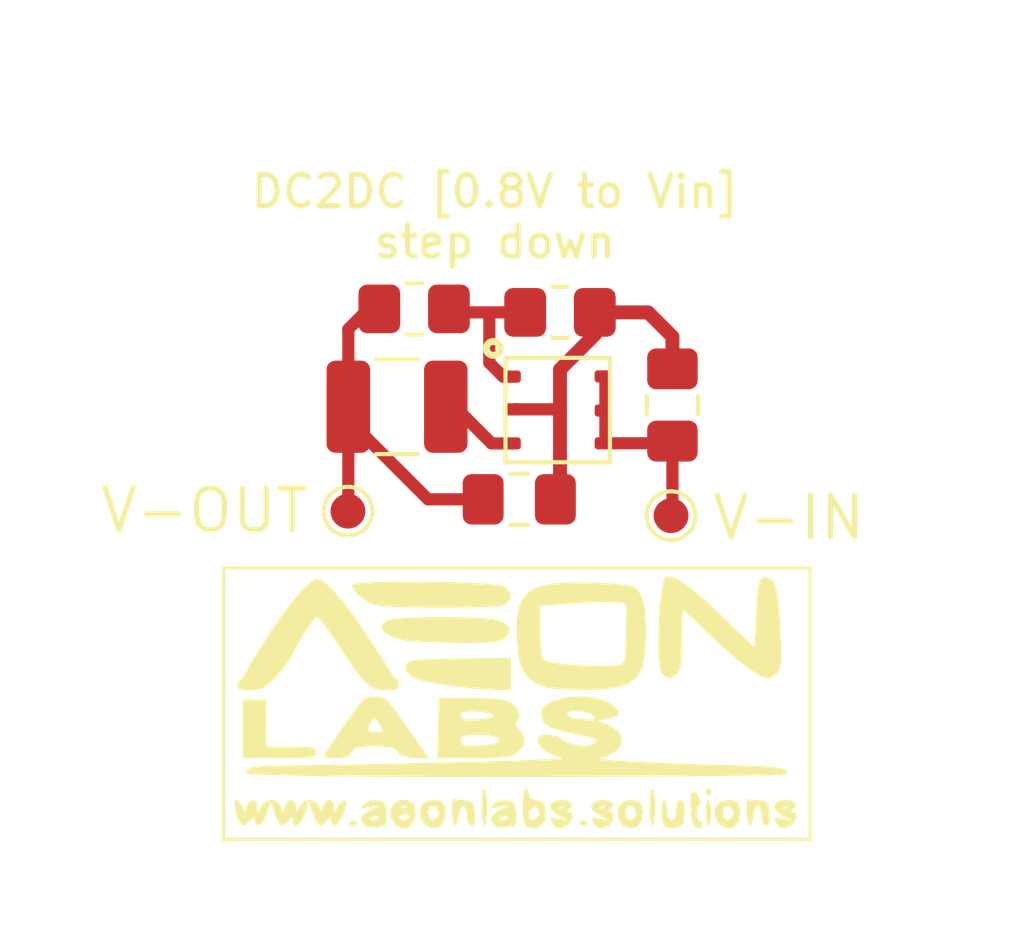
<source format=kicad_pcb>
(kicad_pcb (version 20211014) (generator pcbnew)
  (layers (0 "F.Cu" signal) (31 "B.Cu" signal) (34 "B.Paste" user) (35 "F.Paste" user) (36 "B.SilkS" user "B.Silkscreen") (37 "F.SilkS" user "F.Silkscreen") (38 "B.Mask" user) (39 "F.Mask" user) (44 "Edge.Cuts" user))
  (net 0 "")
  (net 1 "VIN_DC")
  (net 2 "GND")
  (net 3 "VOUT_DC")
  (net 4 "Net-(AR2-Pad1)")
  (net 5 "Net-(ML1-Pad2)")
  (footprint "TestPoint:TestPoint_Pad_D1.0mm" (layer "F.Cu") (at 122.75 95.31)
    (fp_text reference "TP2" hide)
    (fp_text value "VOut")
    (fp_circle (center 0 0) (end 0 0.7) (layer "F.SilkS") (width 0.12) (fill none))
    (pad "1" smd circle (at 0 0) (size 1 1) (layers "F.Cu" "F.Mask") (net 3 "VOUT_DC"))
  )
  (footprint "Resistor_SMD:R_0805_2012Metric_Pad1.20x1.40mm_HandSolder" (layer "F.Cu") (at 124.65 89.5)
    (fp_text reference "AR1" hide)
    (fp_text value "3V3=1K5")
    (fp_line (start -0.227064 -0.735) (end 0.227064 -0.735) (layer "F.SilkS") (width 0.12))
    (fp_line (start -0.227064 0.735) (end 0.227064 0.735) (layer "F.SilkS") (width 0.12))
    (pad "1" smd roundrect (at -1 0) (size 1.2 1.4) (layers "F.Cu" "F.Paste" "F.Mask") (roundrect_rratio 0.208333) (net 3 "VOUT_DC"))
    (pad "2" smd roundrect (at 1 0) (size 1.2 1.4) (layers "F.Cu" "F.Paste" "F.Mask") (roundrect_rratio 0.208333) (net 4 "Net-(AR2-Pad1)"))
  )
  (footprint "AeonLabs Logosy:aeon logo www" (layer "F.Cu") (at 127.6 100.8)
    (fp_text reference "G***" hide)
    (fp_text value "LOGO" hide)
    (fp_poly (pts (xy -3.939239 -0.163179) (xy -3.827578 -0.129591) (xy -3.715085 -0.045879) (xy -3.578045 0.110648) (xy -3.392743 0.362678) (xy -3.144587 0.719667) (xy -2.531639 1.608667) (xy -2.916102 1.608667) (xy -3.189576 1.586736) (xy -3.349779 1.509021) (xy -3.406315 1.439334) (xy -3.491764 1.346044) (xy -3.630487 1.294236) (xy -3.8666 1.272843) (xy -4.081387 1.27) (xy -4.397104 1.277536) (xy -4.586894 1.307504) (xy -4.693781 1.370942) (xy -4.741333 1.439334) (xy -4.846515 1.552003) (xy -5.035216 1.601595) (xy -5.214975 1.608667) (xy -5.452892 1.59581) (xy -5.545013 1.552422) (xy -5.536179 1.502834) (xy -5.465007 1.393358) (xy -5.319517 1.177814) (xy -5.122088 0.88914) (xy -5.052693 0.788529) (xy -4.278483 0.788529) (xy -4.223815 0.839031) (xy -4.065027 0.846667) (xy -3.889356 0.838621) (xy -3.85754 0.78377) (xy -3.944103 0.636042) (xy -3.946517 0.632358) (xy -4.050111 0.48952) (xy -4.105827 0.441347) (xy -4.106333 0.441858) (xy -4.155618 0.52638) (xy -4.224844 0.656167) (xy -4.278483 0.788529) (xy -5.052693 0.788529) (xy -4.9322 0.613834) (xy -4.693722 0.273517) (xy -4.523395 0.049397) (xy -4.394697 -0.082724) (xy -4.281105 -0.147043) (xy -4.156097 -0.167759) (xy -4.073786 -0.169333)) (layer "F.SilkS") (width 0) (fill solid))
    (fp_poly (pts (xy 5.578448 2.52391) (xy 5.588 2.582334) (xy 5.542283 2.695005) (xy 5.503334 2.709334) (xy 5.428219 2.640757) (xy 5.418667 2.582334) (xy 5.464384 2.469662) (xy 5.503334 2.455334)) (layer "F.SilkS") (width 0) (fill solid))
    (fp_poly (pts (xy 5.553827 2.869674) (xy 5.584115 3.061138) (xy 5.588 3.175) (xy 5.571184 3.40222) (xy 5.528636 3.538518) (xy 5.503334 3.556) (xy 5.45284 3.480326) (xy 5.422552 3.288862) (xy 5.418667 3.175) (xy 5.435483 2.947781) (xy 5.478031 2.811483) (xy 5.503334 2.794)) (layer "F.SilkS") (width 0) (fill solid))
    (fp_poly (pts (xy -0.137727 2.842141) (xy -0.056719 2.92674) (xy -0.022721 3.115348) (xy -0.016298 3.196167) (xy -0.017643 3.445244) (xy -0.071917 3.550704) (xy -0.100965 3.557156) (xy -0.273178 3.579292) (xy -0.381 3.603792) (xy -0.567659 3.594822) (xy -0.656166 3.543369) (xy -0.755657 3.368795) (xy -0.749002 3.353392) (xy -0.508 3.353392) (xy -0.438863 3.382989) (xy -0.381 3.386667) (xy -0.268307 3.342358) (xy -0.254 3.304657) (xy -0.316061 3.258073) (xy -0.381 3.271382) (xy -0.492401 3.331478) (xy -0.508 3.353392) (xy -0.749002 3.353392) (xy -0.687376 3.21075) (xy -0.486833 3.083628) (xy -0.211666 2.958097) (xy -0.506339 3.01406) (xy -0.694249 3.043205) (xy -0.745115 3.020584) (xy -0.686886 2.932524) (xy -0.682884 2.927688) (xy -0.488263 2.819089) (xy -0.303545 2.810843)) (layer "F.SilkS") (width 0) (fill solid))
    (fp_poly (pts (xy -0.169333 -0.338666) (xy -0.529166 -0.352899) (xy -0.859495 -0.369588) (xy -1.192032 -0.391603) (xy -1.227666 -0.394399) (xy -1.702079 -0.443174) (xy -2.159189 -0.508978) (xy -2.560062 -0.584571) (xy -2.865765 -0.662715) (xy -3.026833 -0.728915) (xy -3.184959 -0.890446) (xy -3.206913 -1.055108) (xy -3.094638 -1.177623) (xy -3.00635 -1.205925) (xy -2.850087 -1.221065) (xy -2.559776 -1.235976) (xy -2.170696 -1.249326) (xy -1.71813 -1.259783) (xy -1.48235 -1.263467) (xy -0.169333 -1.280677)) (layer "F.SilkS") (width 0) (fill solid))
    (fp_poly (pts (xy 6.9215 2.810056) (xy 7.121484 2.837093) (xy 7.217546 2.907939) (xy 7.25498 3.073506) (xy 7.265035 3.196167) (xy 7.267805 3.431212) (xy 7.223753 3.537868) (xy 7.159202 3.556) (xy 7.0641 3.499355) (xy 7.028372 3.311731) (xy 7.027334 3.252611) (xy 6.995892 3.042975) (xy 6.923706 2.980826) (xy 6.843982 3.061323) (xy 6.789926 3.279622) (xy 6.789136 3.287354) (xy 6.746643 3.495605) (xy 6.689081 3.550221) (xy 6.635667 3.463393) (xy 6.605616 3.247315) (xy 6.604 3.169889) (xy 6.604 2.783778)) (layer "F.SilkS") (width 0) (fill solid))
    (fp_poly (pts (xy 3.93891 2.533091) (xy 3.969202 2.739073) (xy 3.979334 3.005667) (xy 3.967371 3.293249) (xy 3.935681 3.490143) (xy 3.894667 3.556) (xy 3.850423 3.478243) (xy 3.820132 3.27226) (xy 3.81 3.005667) (xy 3.821963 2.718085) (xy 3.853652 2.521191) (xy 3.894667 2.455334)) (layer "F.SilkS") (width 0) (fill solid))
    (fp_poly (pts (xy 2.615418 2.818149) (xy 2.751208 2.884028) (xy 2.776358 2.979399) (xy 2.708626 3.050229) (xy 2.640269 3.116934) (xy 2.688167 3.13137) (xy 2.779105 3.192814) (xy 2.785708 3.3303) (xy 2.716942 3.478559) (xy 2.630233 3.553021) (xy 2.419973 3.632787) (xy 2.281079 3.584071) (xy 2.196857 3.462969) (xy 2.146449 3.346204) (xy 2.193753 3.311237) (xy 2.371726 3.336208) (xy 2.384378 3.338587) (xy 2.667 3.391903) (xy 2.385362 3.263651) (xy 2.183397 3.123741) (xy 2.134457 2.991556) (xy 2.398889 2.991556) (xy 2.410511 3.04189) (xy 2.455334 3.048) (xy 2.525024 3.017022) (xy 2.511778 2.991556) (xy 2.411298 2.981423) (xy 2.398889 2.991556) (xy 2.134457 2.991556) (xy 2.129485 2.978126) (xy 2.222336 2.860351) (xy 2.402872 2.808548)) (layer "F.SilkS") (width 0) (fill solid))
    (fp_poly (pts (xy -2.667498 -3.46836) (xy -2.138668 -3.459612) (xy -1.629353 -3.444249) (xy -1.166497 -3.422584) (xy -0.777046 -3.394932) (xy -0.487946 -3.361606) (xy -0.326143 -3.322919) (xy -0.309159 -3.3128) (xy -0.185273 -3.126905) (xy -0.201058 -2.931938) (xy -0.3331 -2.796979) (xy -0.472824 -2.767886) (xy -0.749899 -2.745248) (xy -1.13247 -2.729002) (xy -1.588682 -2.719085) (xy -2.086678 -2.715436) (xy -2.594602 -2.717991) (xy -3.080599 -2.726688) (xy -3.512813 -2.741466) (xy -3.859388 -2.762261) (xy -4.088467 -2.789011) (xy -4.148623 -2.804452) (xy -4.384 -2.935594) (xy -4.591174 -3.112122) (xy -4.720864 -3.287482) (xy -4.741333 -3.364375) (xy -4.661272 -3.401901) (xy -4.439052 -3.430931) (xy -4.10162 -3.451779) (xy -3.67592 -3.464757) (xy -3.188897 -3.470179)) (layer "F.SilkS") (width 0) (fill solid))
    (fp_poly (pts (xy 5.157956 2.599526) (xy 5.24632 2.732595) (xy 5.29084 2.870948) (xy 5.260869 2.945377) (xy 5.190956 3.03554) (xy 5.166467 3.191816) (xy 5.189479 3.334822) (xy 5.249334 3.386667) (xy 5.324448 3.455243) (xy 5.334 3.513667) (xy 5.28938 3.628874) (xy 5.154151 3.601958) (xy 5.110242 3.57587) (xy 5.046089 3.462878) (xy 5.001482 3.253933) (xy 4.979067 3.003214) (xy 4.981492 2.7649) (xy 5.011403 2.593166) (xy 5.059634 2.54)) (layer "F.SilkS") (width 0) (fill solid))
    (fp_poly (pts (xy 6.320706 2.85418) (xy 6.396574 2.974578) (xy 6.420164 3.12893) (xy 6.388722 3.396814) (xy 6.261049 3.573241) (xy 6.074435 3.635231) (xy 5.866167 3.559803) (xy 5.805714 3.507619) (xy 5.693057 3.301251) (xy 5.69086 3.175) (xy 5.926667 3.175) (xy 5.955922 3.339205) (xy 6.059499 3.373114) (xy 6.074834 3.370549) (xy 6.196751 3.274675) (xy 6.223 3.175) (xy 6.158776 3.025205) (xy 6.074834 2.979452) (xy 5.962534 3.00207) (xy 5.926923 3.151858) (xy 5.926667 3.175) (xy 5.69086 3.175) (xy 5.688981 3.066989) (xy 5.794547 2.882916) (xy 5.965533 2.816593) (xy 6.15438 2.809049)) (layer "F.SilkS") (width 0) (fill solid))
    (fp_poly (pts (xy 1.430084 2.818149) (xy 1.565875 2.884028) (xy 1.591024 2.979399) (xy 1.523292 3.050229) (xy 1.454936 3.116934) (xy 1.502834 3.13137) (xy 1.593772 3.192814) (xy 1.600375 3.3303) (xy 1.531609 3.478559) (xy 1.4449 3.553021) (xy 1.234639 3.632787) (xy 1.095746 3.584071) (xy 1.011524 3.462969) (xy 0.961115 3.346204) (xy 1.00842 3.311237) (xy 1.186393 3.336208) (xy 1.199045 3.338587) (xy 1.481667 3.391903) (xy 1.200029 3.263651) (xy 0.998063 3.123741) (xy 0.949123 2.991556) (xy 1.213556 2.991556) (xy 1.225178 3.04189) (xy 1.27 3.048) (xy 1.33969 3.017022) (xy 1.326445 2.991556) (xy 1.225965 2.981423) (xy 1.213556 2.991556) (xy 0.949123 2.991556) (xy 0.944151 2.978126) (xy 1.037003 2.860351) (xy 1.217538 2.808548)) (layer "F.SilkS") (width 0) (fill solid))
    (fp_poly (pts (xy -1.304616 -0.124383) (xy -0.855959 -0.117403) (xy -0.541201 -0.096378) (xy -0.325173 -0.056774) (xy -0.172707 0.005944) (xy -0.140449 0.025736) (xy 0.038787 0.209106) (xy 0.078648 0.410084) (xy -0.002 0.560801) (xy -0.021185 0.675451) (xy 0.082666 0.802523) (xy 0.232487 1.014643) (xy 0.212981 1.226616) (xy 0.030915 1.433188) (xy -0.08089 1.507701) (xy -0.214602 1.557762) (xy -0.40447 1.588094) (xy -0.684747 1.603418) (xy -1.089686 1.608455) (xy -1.242046 1.608667) (xy -2.291924 1.608667) (xy -2.27623 1.044222) (xy -1.608666 1.044222) (xy -1.565744 1.194862) (xy -1.545166 1.222014) (xy -1.43842 1.243817) (xy -1.225346 1.244304) (xy -0.966962 1.228028) (xy -0.724287 1.199541) (xy -0.558339 1.163393) (xy -0.525026 1.145916) (xy -0.510214 1.056568) (xy -0.638689 0.985034) (xy -0.884606 0.940864) (xy -1.105663 0.931334) (xy -1.411171 0.944019) (xy -1.570967 0.98536) (xy -1.608666 1.044222) (xy -2.27623 1.044222) (xy -2.267795 0.740834) (xy -2.25779 0.381) (xy -1.608666 0.381) (xy -1.578602 0.458809) (xy -1.463888 0.493991) (xy -1.227745 0.495223) (xy -1.142026 0.491059) (xy -0.886629 0.463261) (xy -0.717134 0.418176) (xy -0.675386 0.381) (xy -0.751998 0.330492) (xy -0.949651 0.288984) (xy -1.142026 0.270942) (xy -1.41572 0.264776) (xy -1.558433 0.290308) (xy -1.606945 0.356212) (xy -1.608666 0.381) (xy -2.25779 0.381) (xy -2.243666 -0.127)) (layer "F.SilkS") (width 0) (fill solid))
    (fp_poly (pts (xy 2.257618 -0.128116) (xy 2.604106 -0.020771) (xy 2.788136 0.097376) (xy 2.932369 0.260585) (xy 2.929709 0.366061) (xy 2.771002 0.437441) (xy 2.645834 0.464812) (xy 2.328334 0.525136) (xy 2.646567 0.652916) (xy 2.908537 0.817797) (xy 3.023108 1.021143) (xy 2.99797 1.233435) (xy 2.840812 1.425158) (xy 2.559323 1.566795) (xy 2.398385 1.605586) (xy 2.382444 1.624486) (xy 2.520447 1.646162) (xy 2.79704 1.669858) (xy 3.19687 1.694819) (xy 3.704585 1.720288) (xy 4.304831 1.745512) (xy 4.982255 1.769733) (xy 5.721505 1.792198) (xy 6.507226 1.81215) (xy 6.671508 1.815836) (xy 7.181099 1.839672) (xy 7.54421 1.884711) (xy 7.754346 1.949461) (xy 7.805012 2.03243) (xy 7.779164 2.070392) (xy 7.686805 2.080332) (xy 7.439617 2.089879) (xy 7.052105 2.098952) (xy 6.538773 2.107471) (xy 5.914126 2.115354) (xy 5.192667 2.12252) (xy 4.388901 2.12889) (xy 3.517333 2.134381) (xy 2.592467 2.138914) (xy 1.628808 2.142408) (xy 0.640858 2.144782) (xy -0.356876 2.145955) (xy -1.349891 2.145846) (xy -2.323682 2.144374) (xy -3.263744 2.141459) (xy -4.155575 2.137021) (xy -4.169833 2.136934) (xy -5.028316 2.129902) (xy -5.79325 2.120022) (xy -6.452395 2.107634) (xy -6.993508 2.09308) (xy -7.404351 2.076701) (xy -7.672681 2.058837) (xy -7.786258 2.03983) (xy -7.789333 2.036098) (xy -7.735399 1.92809) (xy -7.561475 1.858666) (xy -7.249375 1.822836) (xy -6.985 1.815358) (xy -6.305289 1.808072) (xy -5.571096 1.797865) (xy -4.799426 1.785171) (xy -4.007287 1.770424) (xy -3.211685 1.754057) (xy -2.429627 1.736506) (xy -1.678121 1.718205) (xy -0.974172 1.699587) (xy -0.334787 1.681088) (xy 0.223026 1.663141) (xy 0.682261 1.64618) (xy 1.025911 1.63064) (xy 1.23697 1.616955) (xy 1.29843 1.60556) (xy 1.293288 1.603987) (xy 0.973263 1.496684) (xy 0.730032 1.339618) (xy 0.602652 1.160955) (xy 0.592667 1.098715) (xy 0.625065 0.984938) (xy 0.751954 0.937755) (xy 0.900833 0.931334) (xy 1.151783 0.968798) (xy 1.30597 1.063949) (xy 1.460994 1.164367) (xy 1.70797 1.228925) (xy 1.971358 1.24667) (xy 2.175617 1.20665) (xy 2.198882 1.193412) (xy 2.279104 1.117791) (xy 2.249415 1.056954) (xy 2.091234 1.000398) (xy 1.785985 0.93762) (xy 1.728285 0.927355) (xy 1.2791 0.833667) (xy 0.975526 0.731619) (xy 0.79386 0.610318) (xy 0.710619 0.459761) (xy 0.702117 0.332778) (xy 1.439334 0.332778) (xy 1.520602 0.411557) (xy 1.752575 0.468424) (xy 2.063534 0.49647) (xy 2.224512 0.492052) (xy 2.244445 0.441175) (xy 2.201334 0.381) (xy 2.073594 0.308854) (xy 1.872421 0.265155) (xy 1.659054 0.253778) (xy 1.494735 0.278598) (xy 1.439334 0.332778) (xy 0.702117 0.332778) (xy 0.696572 0.249952) (xy 0.797031 0.096) (xy 1.03764 -0.038956) (xy 1.06595 -0.050972) (xy 1.432624 -0.148033) (xy 1.848485 -0.172142)) (layer "F.SilkS") (width 0) (fill solid))
    (fp_poly (pts (xy 4.45742 -3.609471) (xy 4.70849 -3.489862) (xy 5.042915 -3.249129) (xy 5.467589 -2.88244) (xy 5.877523 -2.494582) (xy 6.196442 -2.18576) (xy 6.470305 -1.923807) (xy 6.677387 -1.729247) (xy 6.795963 -1.622607) (xy 6.815195 -1.608666) (xy 6.828778 -1.687625) (xy 6.844371 -1.901764) (xy 6.859912 -2.216982) (xy 6.871676 -2.543229) (xy 6.895188 -3.017913) (xy 6.936407 -3.341103) (xy 7.002528 -3.530313) (xy 7.100746 -3.603053) (xy 7.238257 -3.576839) (xy 7.286625 -3.553168) (xy 7.379303 -3.454038) (xy 7.452189 -3.255942) (xy 7.50835 -2.941489) (xy 7.550854 -2.493286) (xy 7.582771 -1.893944) (xy 7.583784 -1.86876) (xy 7.595839 -1.453777) (xy 7.590341 -1.172815) (xy 7.563793 -0.991146) (xy 7.512699 -0.874042) (xy 7.479359 -0.831594) (xy 7.318577 -0.710853) (xy 7.204711 -0.677696) (xy 7.003056 -0.741332) (xy 6.70612 -0.924728) (xy 6.327339 -1.217817) (xy 5.880148 -1.610531) (xy 5.576002 -1.898103) (xy 5.286051 -2.175916) (xy 5.041109 -2.404691) (xy 4.865906 -2.561746) (xy 4.785175 -2.624402) (xy 4.783752 -2.624666) (xy 4.765887 -2.546) (xy 4.751736 -2.333982) (xy 4.743114 -2.024582) (xy 4.741334 -1.784047) (xy 4.734758 -1.364461) (xy 4.712159 -1.082277) (xy 4.669228 -0.905966) (xy 4.608286 -0.810381) (xy 4.411742 -0.6888) (xy 4.240415 -0.729143) (xy 4.151646 -0.8411) (xy 4.103599 -1.019535) (xy 4.075088 -1.313062) (xy 4.064433 -1.686227) (xy 4.069958 -2.103579) (xy 4.089984 -2.529664) (xy 4.122835 -2.929028) (xy 4.166831 -3.26622) (xy 4.220295 -3.505786) (xy 4.28155 -3.612274) (xy 4.282813 -3.612791)) (layer "F.SilkS") (width 0) (fill solid))
    (fp_poly (pts (xy 0.323559 2.525993) (xy 0.338667 2.619043) (xy 0.398828 2.754816) (xy 0.5715 2.809543) (xy 0.734691 2.855349) (xy 0.809417 2.978339) (xy 0.832164 3.12893) (xy 0.814876 3.387872) (xy 0.710149 3.531096) (xy 0.571352 3.614765) (xy 0.512985 3.630845) (xy 0.399336 3.603335) (xy 0.3175 3.582304) (xy 0.23474 3.530838) (xy 0.189173 3.405653) (xy 0.173775 3.203699) (xy 0.352958 3.203699) (xy 0.360201 3.349661) (xy 0.461149 3.375101) (xy 0.479958 3.371873) (xy 0.609556 3.273428) (xy 0.635 3.173841) (xy 0.587006 3.035839) (xy 0.483314 3.014675) (xy 0.384355 3.103952) (xy 0.352958 3.203699) (xy 0.173775 3.203699) (xy 0.171097 3.168573) (xy 0.169334 2.999459) (xy 0.181419 2.714333) (xy 0.213374 2.519394) (xy 0.254 2.455334)) (layer "F.SilkS") (width 0) (fill solid))
    (fp_poly (pts (xy -2.145961 2.85418) (xy -2.070093 2.974578) (xy -2.046502 3.12893) (xy -2.077945 3.396814) (xy -2.205618 3.573241) (xy -2.392232 3.635231) (xy -2.6005 3.559803) (xy -2.660952 3.507619) (xy -2.773609 3.301251) (xy -2.775806 3.175) (xy -2.54 3.175) (xy -2.510744 3.339205) (xy -2.407168 3.373114) (xy -2.391833 3.370549) (xy -2.269916 3.274675) (xy -2.243666 3.175) (xy -2.307891 3.025205) (xy -2.391833 2.979452) (xy -2.504133 3.00207) (xy -2.539744 3.151858) (xy -2.54 3.175) (xy -2.775806 3.175) (xy -2.777685 3.066989) (xy -2.67212 2.882916) (xy -2.501133 2.816593) (xy -2.312286 2.809049)) (layer "F.SilkS") (width 0) (fill solid))
    (fp_poly (pts (xy -1.454463 -2.44055) (xy -1.057064 -2.425214) (xy -0.751371 -2.401803) (xy -0.644214 -2.386954) (xy -0.356284 -2.29556) (xy -0.208348 -2.159176) (xy -0.210893 -1.995305) (xy -0.32688 -1.857362) (xy -0.425208 -1.790696) (xy -0.549735 -1.745339) (xy -0.731775 -1.717729) (xy -1.00264 -1.704305) (xy -1.393644 -1.701505) (xy -1.681546 -1.703292) (xy -2.148216 -1.712152) (xy -2.591905 -1.729187) (xy -2.965698 -1.752044) (xy -3.222683 -1.778368) (xy -3.243374 -1.781637) (xy -3.58112 -1.869821) (xy -3.804753 -1.991357) (xy -3.901263 -2.128527) (xy -3.857637 -2.263613) (xy -3.677488 -2.372762) (xy -3.512553 -2.402212) (xy -3.215695 -2.424634) (xy -2.824185 -2.439853) (xy -2.375296 -2.447695) (xy -1.906298 -2.447985)) (layer "F.SilkS") (width 0) (fill solid))
    (fp_poly (pts (xy -0.88709 2.533091) (xy -0.856798 2.739073) (xy -0.846666 3.005667) (xy -0.858629 3.293249) (xy -0.890319 3.490143) (xy -0.931333 3.556) (xy -0.975577 3.478243) (xy -1.005868 3.27226) (xy -1.016 3.005667) (xy -1.004037 2.718085) (xy -0.972348 2.521191) (xy -0.931333 2.455334)) (layer "F.SilkS") (width 0) (fill solid))
    (fp_poly (pts (xy -7.196666 1.27) (xy -6.477 1.27) (xy -6.127077 1.273151) (xy -5.913336 1.287799) (xy -5.802667 1.321733) (xy -5.761961 1.382744) (xy -5.757333 1.439334) (xy -5.766972 1.509607) (xy -5.814228 1.55719) (xy -5.926609 1.586483) (xy -6.131622 1.601888) (xy -6.456775 1.607806) (xy -6.815666 1.608667) (xy -7.874 1.608667) (xy -7.874 -0.084666) (xy -7.196666 -0.084666)) (layer "F.SilkS") (width 0) (fill solid))
    (fp_poly (pts (xy 3.526706 2.85418) (xy 3.602574 2.974578) (xy 3.626164 3.12893) (xy 3.594722 3.396814) (xy 3.467049 3.573241) (xy 3.280435 3.635231) (xy 3.072167 3.559803) (xy 3.011714 3.507619) (xy 2.899057 3.301251) (xy 2.89686 3.175) (xy 3.132667 3.175) (xy 3.161922 3.339205) (xy 3.265499 3.373114) (xy 3.280834 3.370549) (xy 3.402751 3.274675) (xy 3.429 3.175) (xy 3.364776 3.025205) (xy 3.280834 2.979452) (xy 3.168534 3.00207) (xy 3.132923 3.151858) (xy 3.132667 3.175) (xy 2.89686 3.175) (xy 2.894981 3.066989) (xy 3.000547 2.882916) (xy 3.171533 2.816593) (xy 3.36038 2.809049)) (layer "F.SilkS") (width 0) (fill solid))
    (fp_poly (pts (xy -2.990449 2.862454) (xy -2.932707 2.942167) (xy -2.902602 3.232489) (xy -2.971208 3.461805) (xy -3.111401 3.603441) (xy -3.296061 3.630721) (xy -3.498066 3.516971) (xy -3.507619 3.507619) (xy -3.619237 3.302) (xy -3.386666 3.302) (xy -3.318452 3.377939) (xy -3.264663 3.386667) (xy -3.120514 3.335067) (xy -3.090333 3.302) (xy -3.116257 3.23536) (xy -3.212336 3.217334) (xy -3.352607 3.251877) (xy -3.386666 3.302) (xy -3.619237 3.302) (xy -3.620381 3.299893) (xy -3.625262 3.06217) (xy -3.607455 3.027758) (xy -3.349945 3.027758) (xy -3.266722 3.041316) (xy -3.156908 3.025749) (xy -3.155597 2.996847) (xy -3.268914 2.976636) (xy -3.317875 2.990163) (xy -3.349945 3.027758) (xy -3.607455 3.027758) (xy -3.539066 2.8956) (xy -3.368225 2.808058) (xy -3.161182 2.798866)) (layer "F.SilkS") (width 0) (fill solid))
    (fp_poly (pts (xy 4.783704 2.845117) (xy 4.821526 3.018035) (xy 4.826 3.165125) (xy 4.812055 3.405869) (xy 4.754761 3.529869) (xy 4.6355 3.587303) (xy 4.460933 3.627312) (xy 4.348062 3.618766) (xy 4.2545 3.584594) (xy 4.193377 3.487977) (xy 4.157865 3.298739) (xy 4.149628 3.07898) (xy 4.170327 2.890795) (xy 4.221626 2.796285) (xy 4.233334 2.794) (xy 4.289296 2.868429) (xy 4.317269 3.051444) (xy 4.318 3.090334) (xy 4.34554 3.309507) (xy 4.433434 3.386131) (xy 4.445 3.386667) (xy 4.538932 3.322407) (xy 4.571771 3.117322) (xy 4.572 3.090334) (xy 4.59954 2.87116) (xy 4.687434 2.794536) (xy 4.699 2.794)) (layer "F.SilkS") (width 0) (fill solid))
    (fp_poly (pts (xy -4.889118 2.828308) (xy -4.898652 2.95346) (xy -4.966098 3.175) (xy -5.07132 3.401216) (xy -5.186276 3.533483) (xy -5.283216 3.554367) (xy -5.334391 3.446435) (xy -5.336693 3.407834) (xy -5.347667 3.305996) (xy -5.400207 3.341562) (xy -5.45186 3.407834) (xy -5.590376 3.536484) (xy -5.706945 3.512275) (xy -5.815051 3.32851) (xy -5.8602 3.205065) (xy -5.977179 2.854131) (xy -6.082321 3.205065) (xy -6.176911 3.418404) (xy -6.288235 3.540716) (xy -6.384918 3.554084) (xy -6.435587 3.440589) (xy -6.437359 3.407834) (xy -6.448334 3.305996) (xy -6.500874 3.341562) (xy -6.552526 3.407834) (xy -6.694595 3.537789) (xy -6.813139 3.510293) (xy -6.918105 3.32035) (xy -6.956345 3.205065) (xy -7.061488 2.854131) (xy -7.178466 3.205065) (xy -7.2801 3.419388) (xy -7.394189 3.539677) (xy -7.490088 3.548651) (xy -7.537155 3.429029) (xy -7.538026 3.407834) (xy -7.549 3.305996) (xy -7.60154 3.341562) (xy -7.653193 3.407834) (xy -7.799062 3.539264) (xy -7.920861 3.507415) (xy -8.027914 3.309394) (xy -8.035051 3.289366) (xy -8.099939 3.070553) (xy -8.127972 2.911249) (xy -8.128 2.908366) (xy -8.086158 2.803103) (xy -7.993252 2.820421) (xy -7.898212 2.946244) (xy -7.885049 2.978257) (xy -7.816888 3.162514) (xy -7.768704 2.978257) (xy -7.677459 2.828347) (xy -7.554811 2.800672) (xy -7.461534 2.89406) (xy -7.444936 2.9845) (xy -7.439206 3.175) (xy -7.347331 2.9845) (xy -7.202419 2.830954) (xy -7.014488 2.794948) (xy -6.846899 2.877186) (xy -6.784382 2.978257) (xy -6.716221 3.162514) (xy -6.668037 2.978257) (xy -6.576792 2.828347) (xy -6.454145 2.800672) (xy -6.360867 2.89406) (xy -6.34427 2.9845) (xy -6.338539 3.175) (xy -6.246665 2.9845) (xy -6.101752 2.830954) (xy -5.913822 2.794948) (xy -5.746232 2.877186) (xy -5.683716 2.978257) (xy -5.615555 3.162514) (xy -5.56737 2.978257) (xy -5.476125 2.828347) (xy -5.353478 2.800672) (xy -5.260201 2.89406) (xy -5.243603 2.9845) (xy -5.237873 3.175) (xy -5.145998 2.9845) (xy -5.03664 2.838678) (xy -4.945201 2.794)) (layer "F.SilkS") (width 0) (fill solid))
    (fp_poly (pts (xy -1.545166 2.810056) (xy -1.345182 2.837093) (xy -1.249121 2.907939) (xy -1.211686 3.073506) (xy -1.201632 3.196167) (xy -1.198861 3.431212) (xy -1.242913 3.537868) (xy -1.307465 3.556) (xy -1.402567 3.499355) (xy -1.438295 3.311731) (xy -1.439333 3.252611) (xy -1.470774 3.042975) (xy -1.542961 2.980826) (xy -1.622685 3.061323) (xy -1.676741 3.279622) (xy -1.677531 3.287354) (xy -1.720024 3.495605) (xy -1.777585 3.550221) (xy -1.830999 3.463393) (xy -1.86105 3.247315) (xy -1.862666 3.169889) (xy -1.862666 2.783778)) (layer "F.SilkS") (width 0) (fill solid))
    (fp_poly (pts (xy -3.86306 2.842141) (xy -3.782052 2.92674) (xy -3.748054 3.115348) (xy -3.741632 3.196167) (xy -3.742976 3.445244) (xy -3.79725 3.550704) (xy -3.826298 3.557156) (xy -3.998512 3.579292) (xy -4.106333 3.603792) (xy -4.292992 3.594822) (xy -4.3815 3.543369) (xy -4.48099 3.368795) (xy -4.474335 3.353392) (xy -4.233333 3.353392) (xy -4.164196 3.382989) (xy -4.106333 3.386667) (xy -3.99364 3.342358) (xy -3.979333 3.304657) (xy -4.041394 3.258073) (xy -4.106333 3.271382) (xy -4.217735 3.331478) (xy -4.233333 3.353392) (xy -4.474335 3.353392) (xy -4.41271 3.21075) (xy -4.212166 3.083628) (xy -3.937 2.958097) (xy -4.231672 3.01406) (xy -4.419582 3.043205) (xy -4.470448 3.020584) (xy -4.41222 2.932524) (xy -4.408217 2.927688) (xy -4.213596 2.819089) (xy -4.028878 2.810843)) (layer "F.SilkS") (width 0) (fill solid))
    (fp_poly (pts (xy 2.241285 -3.436531) (xy 2.570148 -3.41784) (xy 2.953659 -3.389433) (xy 3.205059 -3.359299) (xy 3.361296 -3.316056) (xy 3.459318 -3.248322) (xy 3.536071 -3.144715) (xy 3.554638 -3.114552) (xy 3.632605 -2.937757) (xy 3.681381 -2.692553) (xy 3.706632 -2.340782) (xy 3.713006 -2.047774) (xy 3.696651 -1.474615) (xy 3.621514 -1.043842) (xy 3.468385 -0.73637) (xy 3.218053 -0.533116) (xy 2.851309 -0.414995) (xy 2.348941 -0.362922) (xy 2.009601 -0.355527) (xy 1.613835 -0.360223) (xy 1.255901 -0.375575) (xy 0.986469 -0.398877) (xy 0.889 -0.41539) (xy 0.537503 -0.540164) (xy 0.287257 -0.728632) (xy 0.123412 -1.005903) (xy 0.031116 -1.397085) (xy -0.004455 -1.925952) (xy -0.002937 -2.024448) (xy 0.677334 -2.024448) (xy 0.688518 -1.623112) (xy 0.720464 -1.349118) (xy 0.770757 -1.222532) (xy 0.774061 -1.220213) (xy 0.948397 -1.162418) (xy 1.248909 -1.111752) (xy 1.632461 -1.07269) (xy 2.055915 -1.049703) (xy 2.447502 -1.046671) (xy 2.772809 -1.057721) (xy 2.96522 -1.08246) (xy 3.06113 -1.130801) (xy 3.096933 -1.212655) (xy 3.098753 -1.224052) (xy 3.110552 -1.378223) (xy 3.122157 -1.647053) (xy 3.132163 -1.975867) (xy 3.139159 -2.309995) (xy 3.141738 -2.594765) (xy 3.138647 -2.772833) (xy 3.051942 -2.835432) (xy 2.805073 -2.870323) (xy 2.40496 -2.877309) (xy 1.858523 -2.856191) (xy 1.375834 -2.823277) (xy 0.677334 -2.768902) (xy 0.677334 -2.024448) (xy -0.002937 -2.024448) (xy 0.002589 -2.383041) (xy 0.053052 -2.715187) (xy 0.158578 -2.963776) (xy 0.330808 -3.17019) (xy 0.35085 -3.188914) (xy 0.600167 -3.321401) (xy 1.004033 -3.407419) (xy 1.553916 -3.446089)) (layer "F.SilkS") (width 0) (fill solid))
    (fp_poly (pts (xy -4.586328 3.432384) (xy -4.572 3.471334) (xy -4.640576 3.546448) (xy -4.699 3.556) (xy -4.811672 3.510283) (xy -4.826 3.471334) (xy -4.757423 3.396219) (xy -4.699 3.386667)) (layer "F.SilkS") (width 0) (fill solid))
    (fp_poly (pts (xy -5.554912 -3.480863) (xy -5.304542 -3.260318) (xy -4.994286 -2.901663) (xy -4.630787 -2.412196) (xy -4.428456 -2.116666) (xy -4.18471 -1.749011) (xy -3.961531 -1.406644) (xy -3.783744 -1.128009) (xy -3.676715 -0.9525) (xy -3.558532 -0.773716) (xy -3.465913 -0.680967) (xy -3.453078 -0.677333) (xy -3.399077 -0.606269) (xy -3.386666 -0.508) (xy -3.419095 -0.392137) (xy -3.546347 -0.344735) (xy -3.688566 -0.338666) (xy -3.900474 -0.346205) (xy -4.07505 -0.381717) (xy -4.233784 -0.464548) (xy -4.398165 -0.614042) (xy -4.589683 -0.849545) (xy -4.829825 -1.190401) (xy -5.122847 -1.629833) (xy -5.343145 -1.953953) (xy -5.534959 -2.218273) (xy -5.677062 -2.394707) (xy -5.746745 -2.455333) (xy -5.818697 -2.388558) (xy -5.945432 -2.216931) (xy -6.099273 -1.9835) (xy -6.252543 -1.731311) (xy -6.377565 -1.503412) (xy -6.427192 -1.397) (xy -6.535849 -1.208669) (xy -6.712934 -0.971674) (xy -6.920317 -0.729662) (xy -7.119867 -0.526283) (xy -7.273454 -0.405185) (xy -7.305885 -0.391145) (xy -7.582967 -0.343285) (xy -7.83 -0.34479) (xy -7.998212 -0.391416) (xy -8.043333 -0.4553) (xy -7.983602 -0.60368) (xy -7.916333 -0.677333) (xy -7.809922 -0.799147) (xy -7.789333 -0.856226) (xy -7.745524 -0.950757) (xy -7.625519 -1.158161) (xy -7.446453 -1.450016) (xy -7.225459 -1.797903) (xy -7.168914 -1.885299) (xy -6.794026 -2.439576) (xy -6.454149 -2.896343) (xy -6.160113 -3.242952) (xy -5.922746 -3.466752) (xy -5.752875 -3.555095) (xy -5.738751 -3.556)) (layer "F.SilkS") (width 0) (fill solid))
    (fp_poly (pts (xy 2.017672 3.432384) (xy 2.032 3.471334) (xy 1.963424 3.546448) (xy 1.905 3.556) (xy 1.792328 3.510283) (xy 1.778 3.471334) (xy 1.846577 3.396219) (xy 1.905 3.386667)) (layer "F.SilkS") (width 0) (fill solid))
    (fp_poly (pts (xy 7.864751 2.818149) (xy 8.000541 2.884028) (xy 8.025691 2.979399) (xy 7.957959 3.050229) (xy 7.889603 3.116934) (xy 7.9375 3.13137) (xy 8.028439 3.192814) (xy 8.035041 3.3303) (xy 7.966276 3.478559) (xy 7.879566 3.553021) (xy 7.669306 3.632787) (xy 7.530412 3.584071) (xy 7.44619 3.462969) (xy 7.395782 3.346204) (xy 7.443086 3.311237) (xy 7.62106 3.336208) (xy 7.633711 3.338587) (xy 7.916334 3.391903) (xy 7.634696 3.263651) (xy 7.43273 3.123741) (xy 7.38379 2.991556) (xy 7.648222 2.991556) (xy 7.659845 3.04189) (xy 7.704667 3.048) (xy 7.774357 3.017022) (xy 7.761111 2.991556) (xy 7.660632 2.981423) (xy 7.648222 2.991556) (xy 7.38379 2.991556) (xy 7.378818 2.978126) (xy 7.471669 2.860351) (xy 7.652205 2.808548)) (layer "F.SilkS") (width 0) (fill solid))
    (fp_poly (pts (xy 8.466667 3.979334) (xy -8.466666 3.979334) (xy -8.466666 3.894667) (xy -8.382 3.894667) (xy 8.382 3.894667) (xy 8.382 -3.81) (xy -8.382 -3.81) (xy -8.382 3.894667) (xy -8.466666 3.894667) (xy -8.466666 -3.894666) (xy 8.466667 -3.894666)) (layer "F.SilkS") (width 0) (fill solid))
  )
  (footprint "Inductor_SMD:L_1210_3225Metric" (layer "F.Cu") (at 124.16 92.31)
    (fp_text reference "ML1" hide)
    (fp_text value "3.3uF")
    (fp_line (start -0.602064 -1.36) (end 0.602064 -1.36) (layer "F.SilkS") (width 0.12))
    (fp_line (start -0.602064 1.36) (end 0.602064 1.36) (layer "F.SilkS") (width 0.12))
    (pad "1" smd roundrect (at -1.4 0) (size 1.25 2.65) (layers "F.Cu" "F.Paste" "F.Mask") (roundrect_rratio 0.2) (net 3 "VOUT_DC"))
    (pad "2" smd roundrect (at 1.4 0) (size 1.25 2.65) (layers "F.Cu" "F.Paste" "F.Mask") (roundrect_rratio 0.2) (net 5 "Net-(ML1-Pad2)"))
  )
  (footprint "Capacitor_SMD:C_0805_2012Metric_Pad1.18x1.45mm_HandSolder" (layer "F.Cu") (at 132.07 92.26 90)
    (fp_text reference "AC2" hide)
    (fp_text value "4.7uF")
    (fp_line (start -0.261252 -0.735) (end 0.261252 -0.735) (layer "F.SilkS") (width 0.12))
    (fp_line (start -0.261252 0.735) (end 0.261252 0.735) (layer "F.SilkS") (width 0.12))
    (pad "1" smd roundrect (at -1.0375 0 90) (size 1.175 1.45) (layers "F.Cu" "F.Paste" "F.Mask") (roundrect_rratio 0.212766) (net 1 "VIN_DC"))
    (pad "2" smd roundrect (at 1.0375 0 90) (size 1.175 1.45) (layers "F.Cu" "F.Paste" "F.Mask") (roundrect_rratio 0.212766) (net 2 "GND"))
  )
  (footprint "Capacitor_SMD:C_0805_2012Metric_Pad1.18x1.45mm_HandSolder" (layer "F.Cu") (at 127.67 94.97)
    (fp_text reference "AC1" hide)
    (fp_text value "22uF")
    (fp_line (start -0.261252 0.735) (end 0.261252 0.735) (layer "F.SilkS") (width 0.12))
    (fp_line (start -0.261252 -0.735) (end 0.261252 -0.735) (layer "F.SilkS") (width 0.12))
    (pad "1" smd roundrect (at -1.0375 0) (size 1.175 1.45) (layers "F.Cu" "F.Paste" "F.Mask") (roundrect_rratio 0.212766) (net 3 "VOUT_DC"))
    (pad "2" smd roundrect (at 1.0375 0) (size 1.175 1.45) (layers "F.Cu" "F.Paste" "F.Mask") (roundrect_rratio 0.212766) (net 2 "GND"))
  )
  (footprint "TestPoint:TestPoint_Pad_D1.0mm" (layer "F.Cu") (at 132.03 95.44)
    (fp_text reference "TP1" hide)
    (fp_text value "VIN")
    (fp_circle (center 0 0) (end 0 0.7) (layer "F.SilkS") (width 0.12) (fill none))
    (pad "1" smd circle (at 0 0) (size 1 1) (layers "F.Cu" "F.Mask") (net 1 "VIN_DC"))
  )
  (footprint "Package_DFN_QFN:AUR9718 3x3mm 6 pin" (layer "F.Cu") (at 128.825003 92.325006 -90)
    (fp_text reference "AU1" hide)
    (fp_text value "AUR9718x_DFN_3x3mm_6_pin")
    (fp_rect (start -1.42 -1.45) (end 1.58 1.55) (layer "F.SilkS") (width 0.12) (fill none))
    (fp_circle (center -1.690005 1.9) (end -1.490005 1.901524) (layer "F.SilkS") (width 0.2) (fill none))
    (pad "1" smd roundrect (at -0.88 1.36 90) (size 0.35 0.5) (layers "F.Cu" "F.Paste" "F.Mask") (net 4 "Net-(AR2-Pad1)"))
    (pad "2" smd roundrect (at 0.06 1.36 90) (size 0.35 0.5) (layers "F.Cu" "F.Paste" "F.Mask") (net 2 "GND"))
    (pad "3" smd roundrect (at 1.04 1.36 90) (size 0.35 0.5) (layers "F.Cu" "F.Paste" "F.Mask") (net 5 "Net-(ML1-Pad2)"))
    (pad "4" smd roundrect (at 1.035 -1.26 270) (size 0.35 0.5) (layers "F.Cu" "F.Paste" "F.Mask") (net 1 "VIN_DC"))
    (pad "5" smd roundrect (at 0.095 -1.26 270) (size 0.35 0.5) (layers "F.Cu" "F.Paste" "F.Mask") (net 1 "VIN_DC"))
    (pad "6" smd roundrect (at -0.885 -1.26 270) (size 0.35 0.5) (layers "F.Cu" "F.Paste" "F.Mask") (net 1 "VIN_DC"))
  )
  (footprint "Resistor_SMD:R_0805_2012Metric_Pad1.20x1.40mm_HandSolder" (layer "F.Cu") (at 128.84 89.6)
    (fp_text reference "AR2" hide)
    (fp_text value "3V3=470R")
    (fp_line (start -0.227064 0.735) (end 0.227064 0.735) (layer "F.SilkS") (width 0.12))
    (fp_line (start -0.227064 -0.735) (end 0.227064 -0.735) (layer "F.SilkS") (width 0.12))
    (pad "1" smd roundrect (at -1 0) (size 1.2 1.4) (layers "F.Cu" "F.Paste" "F.Mask") (roundrect_rratio 0.208333) (net 4 "Net-(AR2-Pad1)"))
    (pad "2" smd roundrect (at 1 0) (size 1.2 1.4) (layers "F.Cu" "F.Paste" "F.Mask") (roundrect_rratio 0.208333) (net 2 "GND"))
  )
  (gr_text "V-OUT" (at 118.63 95.3) (layer "F.SilkS") (effects (font (size 1.2 1.2))))
  (gr_text "V-IN\n" (at 135.41 95.5) (layer "F.SilkS") (effects (font (size 1.2 1.2))))
  (gr_text "DC2DC [0.8V to Vin]\nstep down" (at 126.97 86.85) (layer "F.SilkS") (effects (font (size 0.9 0.9))))
  (segment (start 130.145003 93.360006) (end 130.145003 91.440006) (width 0.35) (layer "F.Cu") (net 1))
  (segment (start 132.007494 93.360006) (end 132.07 93.2975) (width 0.35) (layer "F.Cu") (net 1))
  (segment (start 130.145003 93.360006) (end 132.007494 93.360006) (width 0.35) (layer "F.Cu") (net 1))
  (segment (start 132.07 93.2975) (end 132.07 95.15) (width 0.35) (layer "F.Cu") (net 1))
  (segment (start 128.84 92.49) (end 128.84 95.19) (width 0.4) (layer "F.Cu") (net 2))
  (segment (start 128.84 91.6) (end 128.84 92.49) (width 0.4) (layer "F.Cu") (net 2))
  (segment (start 128.84 91.24) (end 129.84 90.24) (width 0.4) (layer "F.Cu") (net 2))
  (segment (start 129.84 90.24) (end 129.84 89.6) (width 0.4) (layer "F.Cu") (net 2))
  (segment (start 131.37 89.6) (end 132.07 90.3) (width 0.4) (layer "F.Cu") (net 2))
  (segment (start 128.735006 92.385006) (end 128.84 92.49) (width 0.4) (layer "F.Cu") (net 2))
  (segment (start 127.525003 92.385006) (end 128.735006 92.385006) (width 0.35) (layer "F.Cu") (net 2))
  (segment (start 132.07 90.3) (end 132.07 91.2225) (width 0.4) (layer "F.Cu") (net 2))
  (segment (start 128.84 91.6) (end 128.84 91.24) (width 0.4) (layer "F.Cu") (net 2))
  (segment (start 129.84 89.6) (end 131.37 89.6) (width 0.4) (layer "F.Cu") (net 2))
  (segment (start 122.76 90.08) (end 122.76 92.31) (width 0.35) (layer "F.Cu") (net 3))
  (segment (start 123.34 89.5) (end 122.76 90.08) (width 0.35) (layer "F.Cu") (net 3))
  (segment (start 125.05 94.97) (end 122.76 92.68) (width 0.35) (layer "F.Cu") (net 3))
  (segment (start 126.6325 94.97) (end 125.05 94.97) (width 0.35) (layer "F.Cu") (net 3))
  (segment (start 122.76 92.31) (end 122.76 94.99) (width 0.35) (layer "F.Cu") (net 3))
  (segment (start 122.76 92.68) (end 122.76 92.31) (width 0.35) (layer "F.Cu") (net 3))
  (segment (start 123.65 89.5) (end 123.34 89.5) (width 0.35) (layer "F.Cu") (net 3))
  (segment (start 125.69 89.6) (end 125.67 89.58) (width 0.35) (layer "F.Cu") (net 4))
  (segment (start 127.84 89.6) (end 125.69 89.6) (width 0.35) (layer "F.Cu") (net 4))
  (segment (start 127.205006 91.445006) (end 126.81 91.05) (width 0.35) (layer "F.Cu") (net 4))
  (segment (start 126.81 91.05) (end 126.81 89.63) (width 0.35) (layer "F.Cu") (net 4))
  (segment (start 127.525003 91.445006) (end 127.205006 91.445006) (width 0.35) (layer "F.Cu") (net 4))
  (segment (start 125.82 92.31) (end 125.56 92.31) (width 0.35) (layer "F.Cu") (net 5))
  (segment (start 126.875006 93.365006) (end 125.82 92.31) (width 0.35) (layer "F.Cu") (net 5))
  (segment (start 127.525003 93.365006) (end 126.875006 93.365006) (width 0.35) (layer "F.Cu") (net 5))
)
</source>
